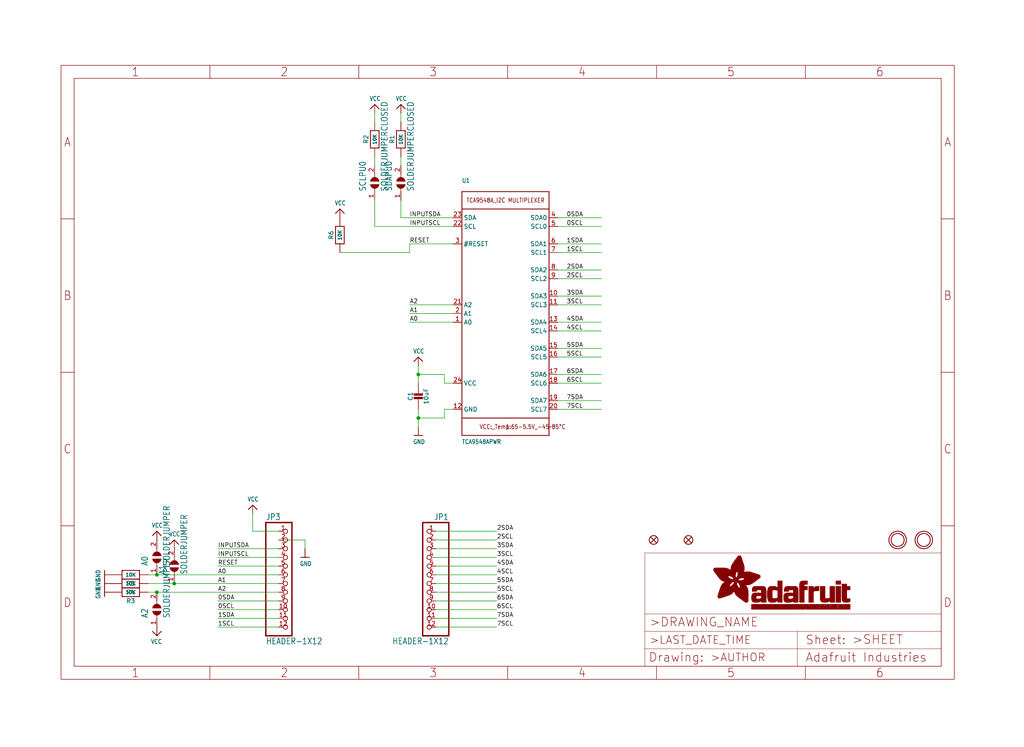
<source format=kicad_sch>
(kicad_sch (version 20211123) (generator eeschema)
  (paper "User" 298.45 217.881)
  (lib_symbols
    (symbol "schematicEagle-eagle-import:CAP_CERAMIC0805-NOOUTLINE"
      (property "Reference" "C" (at -2.29 1.25 90))
      (property "Value" "CAP_CERAMIC0805-NOOUTLINE" (at 2.3 1.25 90))
      (symbol "CAP_CERAMIC0805-NOOUTLINE_1_0"
        (pin passive line (at 0 5.08 270) (length 2.54) (name "1") (number "1"))
        (pin passive line (at 0 -2.54 90) (length 2.54) (name "2") (number "2"))
      )
    )
    (symbol "schematicEagle-eagle-import:FIDUCIAL{dblquote}{dblquote}")
    (symbol "schematicEagle-eagle-import:FRAME_A4_ADAFRUIT"
      (symbol "FRAME_A4_ADAFRUIT_0_0"
        (text "1" (at 21.6958 1.905 0) (effects (font (size 2.54 2.286))))
        (text "1" (at 21.6958 177.165 0) (effects (font (size 2.54 2.286))))
        (text "2" (at 65.0875 1.905 0) (effects (font (size 2.54 2.286))))
        (text "2" (at 65.0875 177.165 0) (effects (font (size 2.54 2.286))))
        (text "3" (at 108.4792 1.905 0) (effects (font (size 2.54 2.286))))
        (text "3" (at 108.4792 177.165 0) (effects (font (size 2.54 2.286))))
        (text "4" (at 151.8708 1.905 0) (effects (font (size 2.54 2.286))))
        (text "4" (at 151.8708 177.165 0) (effects (font (size 2.54 2.286))))
        (text "5" (at 195.2625 1.905 0) (effects (font (size 2.54 2.286))))
        (text "5" (at 195.2625 177.165 0) (effects (font (size 2.54 2.286))))
        (text "6" (at 238.6542 1.905 0) (effects (font (size 2.54 2.286))))
        (text "6" (at 238.6542 177.165 0) (effects (font (size 2.54 2.286))))
        (text "A" (at 1.905 156.6863 0) (effects (font (size 2.54 2.286))))
        (text "A" (at 258.445 156.6863 0) (effects (font (size 2.54 2.286))))
        (text "B" (at 1.905 111.9188 0) (effects (font (size 2.54 2.286))))
        (text "B" (at 258.445 111.9188 0) (effects (font (size 2.54 2.286))))
        (text "C" (at 1.905 67.1513 0) (effects (font (size 2.54 2.286))))
        (text "C" (at 258.445 67.1513 0) (effects (font (size 2.54 2.286))))
        (text "D" (at 1.905 22.3838 0) (effects (font (size 2.54 2.286))))
        (text "D" (at 258.445 22.3838 0) (effects (font (size 2.54 2.286))))
      )
      (symbol "FRAME_A4_ADAFRUIT_1_0"
        (text ">AUTHOR" (at 189.23 5.08 0) (effects (font (size 2.286 2.286)) (justify left bottom)))
        (text ">DRAWING_NAME" (at 171.45 15.24 0) (effects (font (size 2.54 2.54)) (justify left bottom)))
        (text ">LAST_DATE_TIME" (at 171.45 10.16 0) (effects (font (size 2.286 2.286)) (justify left bottom)))
        (text ">SHEET" (at 230.505 10.16 0) (effects (font (size 2.54 2.54)) (justify left bottom)))
        (text "Adafruit Industries" (at 216.916 4.953 0) (effects (font (size 2.54 2.54)) (justify left bottom)))
        (text "Drawing:" (at 171.196 4.953 0) (effects (font (size 2.54 2.54)) (justify left bottom)))
        (text "Sheet:" (at 216.916 10.033 0) (effects (font (size 2.54 2.54)) (justify left bottom)))
      )
    )
    (symbol "schematicEagle-eagle-import:GND" (power)
      (property "Value" "GND" (at -1.524 -2.54 0))
      (symbol "GND_1_0"
        (pin power_in line (at 0 2.54 270) (length 2.54) (name "GND") (number "1"))
      )
    )
    (symbol "schematicEagle-eagle-import:HEADER-1X12"
      (property "Reference" "JP" (at -6.35 18.415 0))
      (property "Value" "HEADER-1X12" (at -6.35 -17.78 0))
      (symbol "HEADER-1X12_1_0"
        (pin passive inverted (at -2.54 15.24 0) (length 2.54) (name "1") (number "1"))
        (pin passive inverted (at -2.54 -7.62 0) (length 2.54) (name "10") (number "10"))
        (pin passive inverted (at -2.54 -10.16 0) (length 2.54) (name "11") (number "11"))
        (pin passive inverted (at -2.54 -12.7 0) (length 2.54) (name "12") (number "12"))
        (pin passive inverted (at -2.54 12.7 0) (length 2.54) (name "2") (number "2"))
        (pin passive inverted (at -2.54 10.16 0) (length 2.54) (name "3") (number "3"))
        (pin passive inverted (at -2.54 7.62 0) (length 2.54) (name "4") (number "4"))
        (pin passive inverted (at -2.54 5.08 0) (length 2.54) (name "5") (number "5"))
        (pin passive inverted (at -2.54 2.54 0) (length 2.54) (name "6") (number "6"))
        (pin passive inverted (at -2.54 0 0) (length 2.54) (name "7") (number "7"))
        (pin passive inverted (at -2.54 -2.54 0) (length 2.54) (name "8") (number "8"))
        (pin passive inverted (at -2.54 -5.08 0) (length 2.54) (name "9") (number "9"))
      )
    )
    (symbol "schematicEagle-eagle-import:MOUNTINGHOLE2.5")
    (symbol "schematicEagle-eagle-import:RESISTOR0805_NOOUTLINE"
      (property "Reference" "R" (at 0 2.54 0))
      (property "Value" "RESISTOR0805_NOOUTLINE" (at 0 0 0))
      (symbol "RESISTOR0805_NOOUTLINE_1_0"
        (pin passive line (at -5.08 0 0) (length 2.54) (name "1") (number "1"))
        (pin passive line (at 5.08 0 180) (length 2.54) (name "2") (number "2"))
      )
    )
    (symbol "schematicEagle-eagle-import:RESISTOR_0805MP"
      (property "Reference" "R" (at 0 2.54 0))
      (property "Value" "RESISTOR_0805MP" (at 0 0 0))
      (symbol "RESISTOR_0805MP_1_0"
        (pin passive line (at -5.08 0 0) (length 2.54) (name "1") (number "1"))
        (pin passive line (at 5.08 0 180) (length 2.54) (name "2") (number "2"))
      )
    )
    (symbol "schematicEagle-eagle-import:SOLDERJUMPER"
      (property "Reference" "SJ" (at -2.54 2.54 0))
      (property "Value" "SOLDERJUMPER" (at -2.54 -3.81 0))
      (symbol "SOLDERJUMPER_1_0"
        (pin passive line (at -5.08 0 0) (length 2.54) (name "1") (number "1"))
        (pin passive line (at 5.08 0 180) (length 2.54) (name "2") (number "2"))
      )
    )
    (symbol "schematicEagle-eagle-import:SOLDERJUMPERCLOSED"
      (property "Reference" "SJ" (at -2.54 2.54 0))
      (property "Value" "SOLDERJUMPERCLOSED" (at -2.54 -3.81 0))
      (symbol "SOLDERJUMPERCLOSED_1_0"
        (pin passive line (at -5.08 0 0) (length 2.54) (name "1") (number "1"))
        (pin passive line (at 5.08 0 180) (length 2.54) (name "2") (number "2"))
      )
    )
    (symbol "schematicEagle-eagle-import:TCA9548A"
      (property "Reference" "U" (at -12.7 38.1 0))
      (property "Value" "TCA9548A" (at -12.7 -38.1 0))
      (symbol "TCA9548A_1_0"
        (text "1.65-5.5V_-45~85°C" (at 0 -33.02 0) (effects (font (size 1.27 1.0795)) (justify left)))
        (text "TCA9548A_I2C MULTIPLEXER" (at 0 33.02 0) (effects (font (size 1.27 1.0795))))
        (text "VCC:_Temp:" (at -7.62 -33.02 0) (effects (font (size 1.27 1.0795)) (justify left)))
        (pin bidirectional line (at -15.24 -2.54 0) (length 2.54) (name "A0") (number "1"))
        (pin bidirectional line (at 15.24 5.08 180) (length 2.54) (name "SDA3") (number "10"))
        (pin bidirectional line (at 15.24 2.54 180) (length 2.54) (name "SCL3") (number "11"))
        (pin bidirectional line (at -15.24 -27.94 0) (length 2.54) (name "GND") (number "12"))
        (pin bidirectional line (at 15.24 -2.54 180) (length 2.54) (name "SDA4") (number "13"))
        (pin bidirectional line (at 15.24 -5.08 180) (length 2.54) (name "SCL4") (number "14"))
        (pin bidirectional line (at 15.24 -10.16 180) (length 2.54) (name "SDA5") (number "15"))
        (pin bidirectional line (at 15.24 -12.7 180) (length 2.54) (name "SCL5") (number "16"))
        (pin bidirectional line (at 15.24 -17.78 180) (length 2.54) (name "SDA6") (number "17"))
        (pin bidirectional line (at 15.24 -20.32 180) (length 2.54) (name "SCL6") (number "18"))
        (pin bidirectional line (at 15.24 -25.4 180) (length 2.54) (name "SDA7") (number "19"))
        (pin bidirectional line (at -15.24 0 0) (length 2.54) (name "A1") (number "2"))
        (pin bidirectional line (at 15.24 -27.94 180) (length 2.54) (name "SCL7") (number "20"))
        (pin bidirectional line (at -15.24 2.54 0) (length 2.54) (name "A2") (number "21"))
        (pin bidirectional line (at -15.24 25.4 0) (length 2.54) (name "SCL") (number "22"))
        (pin bidirectional line (at -15.24 27.94 0) (length 2.54) (name "SDA") (number "23"))
        (pin bidirectional line (at -15.24 -20.32 0) (length 2.54) (name "VCC") (number "24"))
        (pin bidirectional line (at -15.24 20.32 0) (length 2.54) (name "#RESET") (number "3"))
        (pin bidirectional line (at 15.24 27.94 180) (length 2.54) (name "SDA0") (number "4"))
        (pin bidirectional line (at 15.24 25.4 180) (length 2.54) (name "SCL0") (number "5"))
        (pin bidirectional line (at 15.24 20.32 180) (length 2.54) (name "SDA1") (number "6"))
        (pin bidirectional line (at 15.24 17.78 180) (length 2.54) (name "SCL1") (number "7"))
        (pin bidirectional line (at 15.24 12.7 180) (length 2.54) (name "SDA2") (number "8"))
        (pin bidirectional line (at 15.24 10.16 180) (length 2.54) (name "SCL2") (number "9"))
      )
    )
    (symbol "schematicEagle-eagle-import:VCC" (power)
      (property "Value" "VCC" (at -1.524 1.016 0))
      (symbol "VCC_1_0"
        (pin power_in line (at 0 -2.54 90) (length 2.54) (name "VCC") (number "1"))
      )
    )
  )
  (junction (at 121.92 109.22))
  (junction (at 121.92 121.92))
  (junction (at 45.72 172.72))
  (junction (at 50.8 170.18))
  (junction (at 45.72 167.64))
  (wire (pts (xy 162.56 66.04) (xy 175.26 66.04)))
  (wire (pts (xy 144.78 167.64) (xy 127 167.64)))
  (wire (pts (xy 119.38 73.66) (xy 119.38 71.12)))
  (wire (pts (xy 63.5 177.8) (xy 81.28 177.8)))
  (wire (pts (xy 109.22 48.26) (xy 109.22 45.72)))
  (wire (pts (xy 88.9 157.48) (xy 88.9 160.02)))
  (wire (pts (xy 144.78 165.1) (xy 127 165.1)))
  (wire (pts (xy 132.08 71.12) (xy 119.38 71.12)))
  (wire (pts (xy 81.28 162.56) (xy 63.5 162.56)))
  (wire (pts (xy 81.28 157.48) (xy 88.9 157.48)))
  (wire (pts (xy 162.56 109.22) (xy 175.26 109.22)))
  (wire (pts (xy 121.92 124.46) (xy 121.92 121.92)))
  (wire (pts (xy 162.56 93.98) (xy 175.26 93.98)))
  (wire (pts (xy 81.28 172.72) (xy 45.72 172.72)))
  (wire (pts (xy 132.08 93.98) (xy 119.38 93.98)))
  (wire (pts (xy 109.22 35.56) (xy 109.22 33.02)))
  (wire (pts (xy 121.92 121.92) (xy 121.92 119.38)))
  (wire (pts (xy 63.5 182.88) (xy 81.28 182.88)))
  (wire (pts (xy 99.06 73.66) (xy 119.38 73.66)))
  (wire (pts (xy 132.08 63.5) (xy 116.84 63.5)))
  (wire (pts (xy 50.8 170.18) (xy 43.18 170.18)))
  (wire (pts (xy 116.84 35.56) (xy 116.84 33.02)))
  (wire (pts (xy 81.28 170.18) (xy 50.8 170.18)))
  (wire (pts (xy 162.56 73.66) (xy 175.26 73.66)))
  (wire (pts (xy 144.78 157.48) (xy 127 157.48)))
  (wire (pts (xy 121.92 109.22) (xy 129.54 109.22)))
  (wire (pts (xy 162.56 96.52) (xy 175.26 96.52)))
  (wire (pts (xy 162.56 71.12) (xy 175.26 71.12)))
  (wire (pts (xy 144.78 154.94) (xy 127 154.94)))
  (wire (pts (xy 144.78 180.34) (xy 127 180.34)))
  (wire (pts (xy 129.54 119.38) (xy 132.08 119.38)))
  (wire (pts (xy 144.78 177.8) (xy 127 177.8)))
  (wire (pts (xy 162.56 104.14) (xy 175.26 104.14)))
  (wire (pts (xy 73.66 154.94) (xy 73.66 149.86)))
  (wire (pts (xy 116.84 48.26) (xy 116.84 45.72)))
  (wire (pts (xy 45.72 172.72) (xy 43.18 172.72)))
  (wire (pts (xy 162.56 88.9) (xy 175.26 88.9)))
  (wire (pts (xy 121.92 121.92) (xy 129.54 121.92)))
  (wire (pts (xy 129.54 111.76) (xy 132.08 111.76)))
  (wire (pts (xy 63.5 180.34) (xy 81.28 180.34)))
  (wire (pts (xy 162.56 81.28) (xy 175.26 81.28)))
  (wire (pts (xy 121.92 106.68) (xy 121.92 109.22)))
  (wire (pts (xy 144.78 175.26) (xy 127 175.26)))
  (wire (pts (xy 109.22 66.04) (xy 109.22 58.42)))
  (wire (pts (xy 162.56 101.6) (xy 175.26 101.6)))
  (wire (pts (xy 162.56 119.38) (xy 175.26 119.38)))
  (wire (pts (xy 121.92 109.22) (xy 121.92 111.76)))
  (wire (pts (xy 132.08 91.44) (xy 119.38 91.44)))
  (wire (pts (xy 144.78 172.72) (xy 127 172.72)))
  (wire (pts (xy 144.78 170.18) (xy 127 170.18)))
  (wire (pts (xy 81.28 165.1) (xy 63.5 165.1)))
  (wire (pts (xy 162.56 86.36) (xy 175.26 86.36)))
  (wire (pts (xy 144.78 162.56) (xy 127 162.56)))
  (wire (pts (xy 63.5 175.26) (xy 81.28 175.26)))
  (wire (pts (xy 116.84 63.5) (xy 116.84 58.42)))
  (wire (pts (xy 129.54 121.92) (xy 129.54 119.38)))
  (wire (pts (xy 144.78 160.02) (xy 127 160.02)))
  (wire (pts (xy 81.28 154.94) (xy 73.66 154.94)))
  (wire (pts (xy 81.28 160.02) (xy 63.5 160.02)))
  (wire (pts (xy 132.08 66.04) (xy 109.22 66.04)))
  (wire (pts (xy 162.56 116.84) (xy 175.26 116.84)))
  (wire (pts (xy 162.56 63.5) (xy 175.26 63.5)))
  (wire (pts (xy 129.54 109.22) (xy 129.54 111.76)))
  (wire (pts (xy 81.28 167.64) (xy 45.72 167.64)))
  (wire (pts (xy 144.78 182.88) (xy 127 182.88)))
  (wire (pts (xy 162.56 111.76) (xy 175.26 111.76)))
  (wire (pts (xy 45.72 167.64) (xy 43.18 167.64)))
  (wire (pts (xy 162.56 78.74) (xy 175.26 78.74)))
  (wire (pts (xy 132.08 88.9) (xy 119.38 88.9)))
  (label "RESET" (at 63.5 165.1 0) (effects (font (size 1.2446 1.2446))))
  (label "7SCL" (at 165.1 119.38 0) (effects (font (size 1.2446 1.2446))))
  (label "3SCL" (at 144.78 162.56 0) (effects (font (size 1.2446 1.2446))))
  (label "2SDA" (at 165.1 78.74 0) (effects (font (size 1.2446 1.2446))))
  (label "6SDA" (at 165.1 109.22 0) (effects (font (size 1.2446 1.2446))))
  (label "6SCL" (at 144.78 177.8 0) (effects (font (size 1.2446 1.2446))))
  (label "3SDA" (at 144.78 160.02 0) (effects (font (size 1.2446 1.2446))))
  (label "5SDA" (at 144.78 170.18 0) (effects (font (size 1.2446 1.2446))))
  (label "3SDA" (at 165.1 86.36 0) (effects (font (size 1.2446 1.2446))))
  (label "0SCL" (at 63.5 177.8 0) (effects (font (size 1.2446 1.2446))))
  (label "A1" (at 119.38 91.44 0) (effects (font (size 1.2446 1.2446))))
  (label "4SCL" (at 165.1 96.52 0) (effects (font (size 1.2446 1.2446))))
  (label "6SCL" (at 165.1 111.76 0) (effects (font (size 1.2446 1.2446))))
  (label "A1" (at 63.5 170.18 0) (effects (font (size 1.2446 1.2446))))
  (label "0SDA" (at 63.5 175.26 0) (effects (font (size 1.2446 1.2446))))
  (label "4SCL" (at 144.78 167.64 0) (effects (font (size 1.2446 1.2446))))
  (label "2SDA" (at 144.78 154.94 0) (effects (font (size 1.2446 1.2446))))
  (label "INPUTSDA" (at 63.5 160.02 0) (effects (font (size 1.2446 1.2446))))
  (label "A2" (at 63.5 172.72 0) (effects (font (size 1.2446 1.2446))))
  (label "4SDA" (at 165.1 93.98 0) (effects (font (size 1.2446 1.2446))))
  (label "INPUTSCL" (at 63.5 162.56 0) (effects (font (size 1.2446 1.2446))))
  (label "2SCL" (at 165.1 81.28 0) (effects (font (size 1.2446 1.2446))))
  (label "7SDA" (at 144.78 180.34 0) (effects (font (size 1.2446 1.2446))))
  (label "INPUTSDA" (at 119.38 63.5 0) (effects (font (size 1.2446 1.2446))))
  (label "5SDA" (at 165.1 101.6 0) (effects (font (size 1.2446 1.2446))))
  (label "2SCL" (at 144.78 157.48 0) (effects (font (size 1.2446 1.2446))))
  (label "0SCL" (at 165.1 66.04 0) (effects (font (size 1.2446 1.2446))))
  (label "4SDA" (at 144.78 165.1 0) (effects (font (size 1.2446 1.2446))))
  (label "1SDA" (at 63.5 180.34 0) (effects (font (size 1.2446 1.2446))))
  (label "6SDA" (at 144.78 175.26 0) (effects (font (size 1.2446 1.2446))))
  (label "RESET" (at 119.38 71.12 0) (effects (font (size 1.2446 1.2446))))
  (label "1SCL" (at 63.5 182.88 0) (effects (font (size 1.2446 1.2446))))
  (label "A0" (at 63.5 167.64 0) (effects (font (size 1.2446 1.2446))))
  (label "7SDA" (at 165.1 116.84 0) (effects (font (size 1.2446 1.2446))))
  (label "A2" (at 119.38 88.9 0) (effects (font (size 1.2446 1.2446))))
  (label "0SDA" (at 165.1 63.5 0) (effects (font (size 1.2446 1.2446))))
  (label "1SDA" (at 165.1 71.12 0) (effects (font (size 1.2446 1.2446))))
  (label "1SCL" (at 165.1 73.66 0) (effects (font (size 1.2446 1.2446))))
  (label "7SCL" (at 144.78 182.88 0) (effects (font (size 1.2446 1.2446))))
  (label "INPUTSCL" (at 119.38 66.04 0) (effects (font (size 1.2446 1.2446))))
  (label "3SCL" (at 165.1 88.9 0) (effects (font (size 1.2446 1.2446))))
  (label "5SCL" (at 144.78 172.72 0) (effects (font (size 1.2446 1.2446))))
  (label "A0" (at 119.38 93.98 0) (effects (font (size 1.2446 1.2446))))
  (label "5SCL" (at 165.1 104.14 0) (effects (font (size 1.2446 1.2446))))
  (symbol (lib_id "schematicEagle-eagle-import:HEADER-1X12") (at 83.82 170.18 0) (unit 1)
    (property "Reference" "JP3" (at 77.47 151.765 0) (effects (font (size 1.778 1.5113)) (justify left bottom)))
    (property "Value" "HEADER-1X12" (at 77.47 187.96 0) (effects (font (size 1.778 1.5113)) (justify left bottom)))
    (property "Footprint" "schematicEagle:1X12_ROUND" (effects hide))
  )
  (symbol (lib_id "schematicEagle-eagle-import:RESISTOR0805_NOOUTLINE") (at 116.84 40.64 90) (unit 1)
    (property "Reference" "R1" (at 114.3 40.64 0))
    (property "Value" "10K" (at 116.84 40.64 0) (effects (font (size 1.016 1.016) bold)))
    (property "Footprint" "schematicEagle:0805-NO" (effects hide))
  )
  (symbol (lib_id "schematicEagle-eagle-import:MOUNTINGHOLE2.5") (at 261.62 157.48 0) (unit 1)
    (property "Reference" "U$5" (effects hide))
    (property "Value" "MOUNTINGHOLE2.5" (effects hide))
    (property "Footprint" "schematicEagle:MOUNTINGHOLE_2.5_PLATED" (effects hide))
  )
  (symbol (lib_id "schematicEagle-eagle-import:VCC") (at 45.72 154.94 0) (unit 1)
    (property "Reference" "#P+5" (effects hide))
    (property "Value" "VCC" (at 44.196 153.924 0) (effects (font (size 1.27 1.0795)) (justify left bottom)))
    (property "Footprint" "schematicEagle:" (effects hide))
  )
  (symbol (lib_id "schematicEagle-eagle-import:VCC") (at 121.92 104.14 0) (unit 1)
    (property "Reference" "#P+3" (effects hide))
    (property "Value" "VCC" (at 120.396 103.124 0) (effects (font (size 1.27 1.0795)) (justify left bottom)))
    (property "Footprint" "schematicEagle:" (effects hide))
  )
  (symbol (lib_id "schematicEagle-eagle-import:VCC") (at 99.06 60.96 0) (unit 1)
    (property "Reference" "#P+8" (effects hide))
    (property "Value" "VCC" (at 97.536 59.944 0) (effects (font (size 1.27 1.0795)) (justify left bottom)))
    (property "Footprint" "schematicEagle:" (effects hide))
  )
  (symbol (lib_id "schematicEagle-eagle-import:SOLDERJUMPER") (at 45.72 162.56 90) (unit 1)
    (property "Reference" "A0" (at 43.18 165.1 0) (effects (font (size 1.778 1.5113)) (justify left bottom)))
    (property "Value" "SOLDERJUMPER" (at 49.53 165.1 0) (effects (font (size 1.778 1.5113)) (justify left bottom)))
    (property "Footprint" "schematicEagle:SOLDERJUMPER_ARROW_NOPASTE" (effects hide))
  )
  (symbol (lib_id "schematicEagle-eagle-import:SOLDERJUMPERCLOSED") (at 116.84 53.34 90) (unit 1)
    (property "Reference" "SDAPU0" (at 114.3 55.88 0) (effects (font (size 1.778 1.5113)) (justify left bottom)))
    (property "Value" "SOLDERJUMPERCLOSED" (at 120.65 55.88 0) (effects (font (size 1.778 1.5113)) (justify left bottom)))
    (property "Footprint" "schematicEagle:SOLDERJUMPER_CLOSEDWIRE" (effects hide))
  )
  (symbol (lib_id "schematicEagle-eagle-import:RESISTOR0805_NOOUTLINE") (at 38.1 172.72 180) (unit 1)
    (property "Reference" "R3" (at 38.1 175.26 0))
    (property "Value" "10K" (at 38.1 172.72 0) (effects (font (size 1.016 1.016) bold)))
    (property "Footprint" "schematicEagle:0805-NO" (effects hide))
  )
  (symbol (lib_id "schematicEagle-eagle-import:FIDUCIAL{dblquote}{dblquote}") (at 190.5 157.48 0) (unit 1)
    (property "Reference" "FID1" (effects hide))
    (property "Value" "FIDUCIAL{dblquote}{dblquote}" (effects hide))
    (property "Footprint" "schematicEagle:FIDUCIAL_1MM" (effects hide))
  )
  (symbol (lib_id "schematicEagle-eagle-import:VCC") (at 73.66 147.32 0) (unit 1)
    (property "Reference" "#P+4" (effects hide))
    (property "Value" "VCC" (at 72.136 146.304 0) (effects (font (size 1.27 1.0795)) (justify left bottom)))
    (property "Footprint" "schematicEagle:" (effects hide))
  )
  (symbol (lib_id "schematicEagle-eagle-import:VCC") (at 116.84 30.48 0) (unit 1)
    (property "Reference" "#P+2" (effects hide))
    (property "Value" "VCC" (at 115.316 29.464 0) (effects (font (size 1.27 1.0795)) (justify left bottom)))
    (property "Footprint" "schematicEagle:" (effects hide))
  )
  (symbol (lib_id "schematicEagle-eagle-import:TCA9548A") (at 147.32 91.44 0) (unit 1)
    (property "Reference" "U1" (at 134.62 53.34 0) (effects (font (size 1.27 1.0795)) (justify left bottom)))
    (property "Value" " TCA9548APWR" (at 134.62 129.54 0) (effects (font (size 1.27 1.0795)) (justify left bottom)))
    (property "Footprint" "schematicEagle:TSSOP24" (effects hide))
  )
  (symbol (lib_id "schematicEagle-eagle-import:GND") (at 88.9 162.56 0) (unit 1)
    (property "Reference" "#U$3" (effects hide))
    (property "Value" "GND" (at 87.376 165.1 0) (effects (font (size 1.27 1.0795)) (justify left bottom)))
    (property "Footprint" "schematicEagle:" (effects hide))
  )
  (symbol (lib_id "schematicEagle-eagle-import:GND") (at 30.48 167.64 270) (unit 1)
    (property "Reference" "#U$8" (effects hide))
    (property "Value" "GND" (at 27.94 166.116 0) (effects (font (size 1.27 1.0795)) (justify left bottom)))
    (property "Footprint" "schematicEagle:" (effects hide))
  )
  (symbol (lib_id "schematicEagle-eagle-import:FRAME_A4_ADAFRUIT") (at 17.78 198.12 0) (unit 1)
    (property "Reference" "#U$1" (effects hide))
    (property "Value" "FRAME_A4_ADAFRUIT" (effects hide))
    (property "Footprint" "schematicEagle:" (effects hide))
  )
  (symbol (lib_id "schematicEagle-eagle-import:RESISTOR0805_NOOUTLINE") (at 38.1 170.18 180) (unit 1)
    (property "Reference" "R4" (at 38.1 172.72 0))
    (property "Value" "10K" (at 38.1 170.18 0) (effects (font (size 1.016 1.016) bold)))
    (property "Footprint" "schematicEagle:0805-NO" (effects hide))
  )
  (symbol (lib_id "schematicEagle-eagle-import:MOUNTINGHOLE2.5") (at 269.24 157.48 0) (unit 1)
    (property "Reference" "U$4" (effects hide))
    (property "Value" "MOUNTINGHOLE2.5" (effects hide))
    (property "Footprint" "schematicEagle:MOUNTINGHOLE_2.5_PLATED" (effects hide))
  )
  (symbol (lib_id "schematicEagle-eagle-import:RESISTOR_0805MP") (at 99.06 68.58 90) (unit 1)
    (property "Reference" "R6" (at 96.52 68.58 0))
    (property "Value" "10K" (at 99.06 68.58 0) (effects (font (size 1.016 1.016) bold)))
    (property "Footprint" "schematicEagle:_0805MP" (effects hide))
  )
  (symbol (lib_id "schematicEagle-eagle-import:SOLDERJUMPER") (at 50.8 165.1 90) (unit 1)
    (property "Reference" "A1" (at 48.26 167.64 0) (effects (font (size 1.778 1.5113)) (justify left bottom)))
    (property "Value" "SOLDERJUMPER" (at 54.61 167.64 0) (effects (font (size 1.778 1.5113)) (justify left bottom)))
    (property "Footprint" "schematicEagle:SOLDERJUMPER_ARROW_NOPASTE" (effects hide))
  )
  (symbol (lib_id "schematicEagle-eagle-import:VCC") (at 109.22 30.48 0) (unit 1)
    (property "Reference" "#P+1" (effects hide))
    (property "Value" "VCC" (at 107.696 29.464 0) (effects (font (size 1.27 1.0795)) (justify left bottom)))
    (property "Footprint" "schematicEagle:" (effects hide))
  )
  (symbol (lib_id "schematicEagle-eagle-import:CAP_CERAMIC0805-NOOUTLINE") (at 121.92 116.84 0) (unit 1)
    (property "Reference" "C1" (at 119.63 115.59 90))
    (property "Value" "10uF" (at 124.22 115.59 90))
    (property "Footprint" "schematicEagle:0805-NO" (effects hide))
  )
  (symbol (lib_id "schematicEagle-eagle-import:SOLDERJUMPER") (at 45.72 177.8 90) (unit 1)
    (property "Reference" "A2" (at 43.18 180.34 0) (effects (font (size 1.778 1.5113)) (justify left bottom)))
    (property "Value" "SOLDERJUMPER" (at 49.53 180.34 0) (effects (font (size 1.778 1.5113)) (justify left bottom)))
    (property "Footprint" "schematicEagle:SOLDERJUMPER_ARROW_NOPASTE" (effects hide))
  )
  (symbol (lib_id "schematicEagle-eagle-import:SOLDERJUMPERCLOSED") (at 109.22 53.34 90) (unit 1)
    (property "Reference" "SCLPU0" (at 106.68 55.88 0) (effects (font (size 1.778 1.5113)) (justify left bottom)))
    (property "Value" "SOLDERJUMPERCLOSED" (at 113.03 55.88 0) (effects (font (size 1.778 1.5113)) (justify left bottom)))
    (property "Footprint" "schematicEagle:SOLDERJUMPER_CLOSEDWIRE" (effects hide))
  )
  (symbol (lib_id "schematicEagle-eagle-import:FIDUCIAL{dblquote}{dblquote}") (at 200.66 157.48 0) (unit 1)
    (property "Reference" "FID3" (effects hide))
    (property "Value" "FIDUCIAL{dblquote}{dblquote}" (effects hide))
    (property "Footprint" "schematicEagle:FIDUCIAL_1MM" (effects hide))
  )
  (symbol (lib_id "schematicEagle-eagle-import:GND") (at 121.92 127 0) (unit 1)
    (property "Reference" "#U$2" (effects hide))
    (property "Value" "GND" (at 120.396 129.54 0) (effects (font (size 1.27 1.0795)) (justify left bottom)))
    (property "Footprint" "schematicEagle:" (effects hide))
  )
  (symbol (lib_id "schematicEagle-eagle-import:GND") (at 30.48 172.72 270) (unit 1)
    (property "Reference" "#U$10" (effects hide))
    (property "Value" "GND" (at 27.94 171.196 0) (effects (font (size 1.27 1.0795)) (justify left bottom)))
    (property "Footprint" "schematicEagle:" (effects hide))
  )
  (symbol (lib_id "schematicEagle-eagle-import:HEADER-1X12") (at 124.46 170.18 0) (mirror y) (unit 1)
    (property "Reference" "JP1" (at 130.81 151.765 0) (effects (font (size 1.778 1.5113)) (justify left bottom)))
    (property "Value" "HEADER-1X12" (at 130.81 187.96 0) (effects (font (size 1.778 1.5113)) (justify left bottom)))
    (property "Footprint" "schematicEagle:1X12_ROUND" (effects hide))
  )
  (symbol (lib_id "schematicEagle-eagle-import:GND") (at 30.48 170.18 270) (unit 1)
    (property "Reference" "#U$9" (effects hide))
    (property "Value" "GND" (at 27.94 168.656 0) (effects (font (size 1.27 1.0795)) (justify left bottom)))
    (property "Footprint" "schematicEagle:" (effects hide))
  )
  (symbol (lib_id "schematicEagle-eagle-import:VCC") (at 50.8 157.48 0) (unit 1)
    (property "Reference" "#P+6" (effects hide))
    (property "Value" "VCC" (at 49.276 156.464 0) (effects (font (size 1.27 1.0795)) (justify left bottom)))
    (property "Footprint" "schematicEagle:" (effects hide))
  )
  (symbol (lib_id "schematicEagle-eagle-import:VCC") (at 45.72 185.42 180) (unit 1)
    (property "Reference" "#P+7" (effects hide))
    (property "Value" "VCC" (at 47.244 186.436 0) (effects (font (size 1.27 1.0795)) (justify left bottom)))
    (property "Footprint" "schematicEagle:" (effects hide))
  )
  (symbol (lib_id "schematicEagle-eagle-import:RESISTOR0805_NOOUTLINE") (at 109.22 40.64 90) (unit 1)
    (property "Reference" "R2" (at 106.68 40.64 0))
    (property "Value" "10K" (at 109.22 40.64 0) (effects (font (size 1.016 1.016) bold)))
    (property "Footprint" "schematicEagle:0805-NO" (effects hide))
  )
  (symbol (lib_id "schematicEagle-eagle-import:RESISTOR0805_NOOUTLINE") (at 38.1 167.64 180) (unit 1)
    (property "Reference" "R5" (at 38.1 170.18 0))
    (property "Value" "10K" (at 38.1 167.64 0) (effects (font (size 1.016 1.016) bold)))
    (property "Footprint" "schematicEagle:0805-NO" (effects hide))
  )
)
</source>
